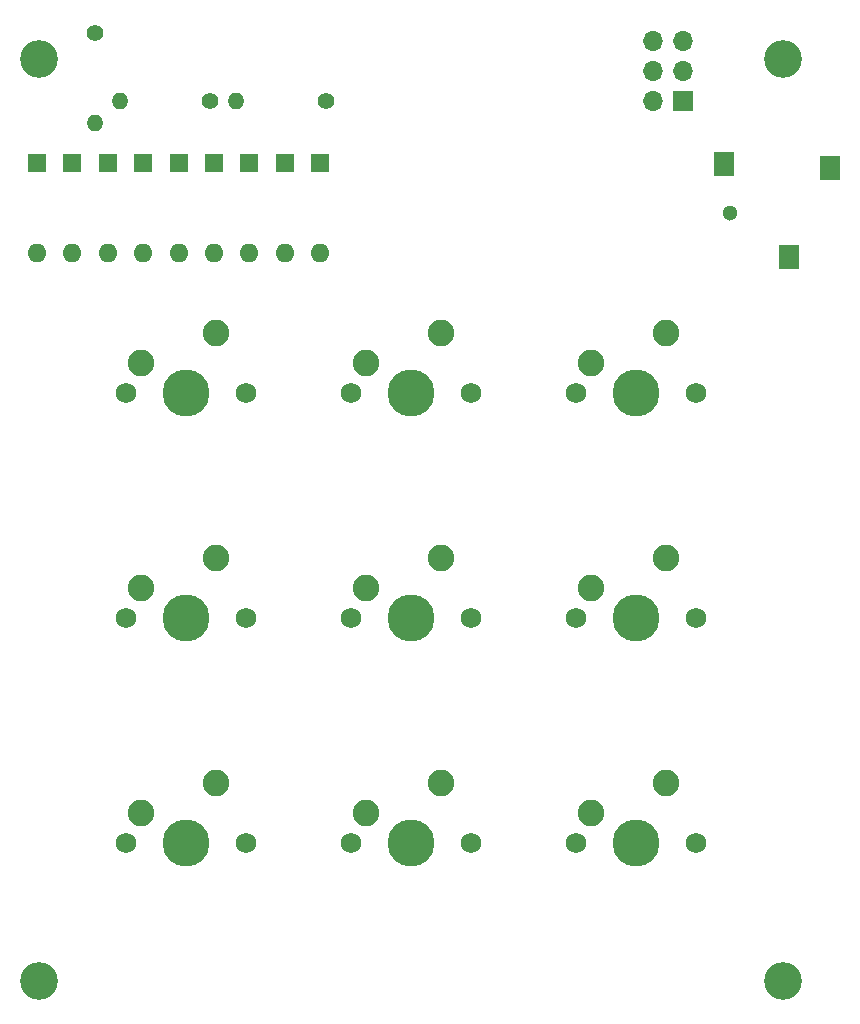
<source format=gbr>
%TF.GenerationSoftware,KiCad,Pcbnew,(6.0.4)*%
%TF.CreationDate,2022-06-27T22:40:44-04:00*%
%TF.ProjectId,xiao-rp2040-keypad,7869616f-2d72-4703-9230-34302d6b6579,rev?*%
%TF.SameCoordinates,Original*%
%TF.FileFunction,Soldermask,Bot*%
%TF.FilePolarity,Negative*%
%FSLAX46Y46*%
G04 Gerber Fmt 4.6, Leading zero omitted, Abs format (unit mm)*
G04 Created by KiCad (PCBNEW (6.0.4)) date 2022-06-27 22:40:44*
%MOMM*%
%LPD*%
G01*
G04 APERTURE LIST*
%ADD10C,1.400000*%
%ADD11O,1.400000X1.400000*%
%ADD12R,1.600000X1.600000*%
%ADD13O,1.600000X1.600000*%
%ADD14C,3.987800*%
%ADD15C,1.750000*%
%ADD16C,2.250000*%
%ADD17C,3.200000*%
%ADD18C,1.300000*%
%ADD19R,1.800000X2.100000*%
%ADD20R,1.700000X1.700000*%
%ADD21O,1.700000X1.700000*%
G04 APERTURE END LIST*
D10*
%TO.C,R2*%
X112274466Y-57535534D03*
D11*
X104654466Y-57535534D03*
%TD*%
D12*
%TO.C,D12*%
X87784466Y-62725534D03*
D13*
X87784466Y-70345534D03*
%TD*%
D14*
%TO.C,SW6*%
X138500000Y-101285534D03*
D15*
X133420000Y-101285534D03*
X143580000Y-101285534D03*
D16*
X134690000Y-98745534D03*
X141040000Y-96205534D03*
%TD*%
D12*
%TO.C,D5*%
X108784466Y-62725534D03*
D13*
X108784466Y-70345534D03*
%TD*%
D15*
%TO.C,SW7*%
X105480000Y-120335534D03*
D14*
X100400000Y-120335534D03*
D15*
X95320000Y-120335534D03*
D16*
X96590000Y-117795534D03*
X102940000Y-115255534D03*
%TD*%
D12*
%TO.C,D7*%
X102784466Y-62725534D03*
D13*
X102784466Y-70345534D03*
%TD*%
D17*
%TO.C,H2*%
X88000000Y-54000000D03*
%TD*%
D15*
%TO.C,SW3*%
X143580000Y-82235534D03*
X133420000Y-82235534D03*
D14*
X138500000Y-82235534D03*
D16*
X134690000Y-79695534D03*
X141040000Y-77155534D03*
%TD*%
D14*
%TO.C,SW2*%
X119450000Y-82235534D03*
D15*
X114370000Y-82235534D03*
X124530000Y-82235534D03*
D16*
X115640000Y-79695534D03*
X121990000Y-77155534D03*
%TD*%
D17*
%TO.C,H3*%
X151000000Y-54000000D03*
%TD*%
D10*
%TO.C,R1*%
X92750000Y-51725534D03*
D11*
X92750000Y-59345534D03*
%TD*%
D12*
%TO.C,D10*%
X93784466Y-62725534D03*
D13*
X93784466Y-70345534D03*
%TD*%
D15*
%TO.C,SW1*%
X95320000Y-82235534D03*
D14*
X100400000Y-82235534D03*
D15*
X105480000Y-82235534D03*
D16*
X96590000Y-79695534D03*
X102940000Y-77155534D03*
%TD*%
D14*
%TO.C,SW8*%
X119450000Y-120335534D03*
D15*
X124530000Y-120335534D03*
X114370000Y-120335534D03*
D16*
X115640000Y-117795534D03*
X121990000Y-115255534D03*
%TD*%
D12*
%TO.C,D6*%
X105784466Y-62725534D03*
D13*
X105784466Y-70345534D03*
%TD*%
D15*
%TO.C,SW9*%
X133420000Y-120335534D03*
X143580000Y-120335534D03*
D14*
X138500000Y-120335534D03*
D16*
X134690000Y-117795534D03*
X141040000Y-115255534D03*
%TD*%
D12*
%TO.C,D8*%
X99784466Y-62725534D03*
D13*
X99784466Y-70345534D03*
%TD*%
D15*
%TO.C,SW4*%
X105480000Y-101285534D03*
D14*
X100400000Y-101285534D03*
D15*
X95320000Y-101285534D03*
D16*
X96590000Y-98745534D03*
X102940000Y-96205534D03*
%TD*%
D12*
%TO.C,D11*%
X90784466Y-62725534D03*
D13*
X90784466Y-70345534D03*
%TD*%
D17*
%TO.C,H1*%
X88000000Y-132000000D03*
%TD*%
D15*
%TO.C,SW5*%
X114370000Y-101285534D03*
X124530000Y-101285534D03*
D14*
X119450000Y-101285534D03*
D16*
X115640000Y-98745534D03*
X121990000Y-96205534D03*
%TD*%
D12*
%TO.C,D4*%
X111784466Y-62725534D03*
D13*
X111784466Y-70345534D03*
%TD*%
D10*
%TO.C,R3*%
X102464466Y-57535534D03*
D11*
X94844466Y-57535534D03*
%TD*%
D17*
%TO.C,H4*%
X151000000Y-132000000D03*
%TD*%
D12*
%TO.C,D9*%
X96784466Y-62725534D03*
D13*
X96784466Y-70345534D03*
%TD*%
D18*
%TO.C,J2*%
X146500000Y-66964466D03*
D19*
X154900000Y-63214466D03*
X146000000Y-62814466D03*
X151500000Y-70714466D03*
%TD*%
D20*
%TO.C,J1*%
X142500000Y-57500000D03*
D21*
X139960000Y-57500000D03*
X142500000Y-54960000D03*
X139960000Y-54960000D03*
X142500000Y-52420000D03*
X139960000Y-52420000D03*
%TD*%
M02*

</source>
